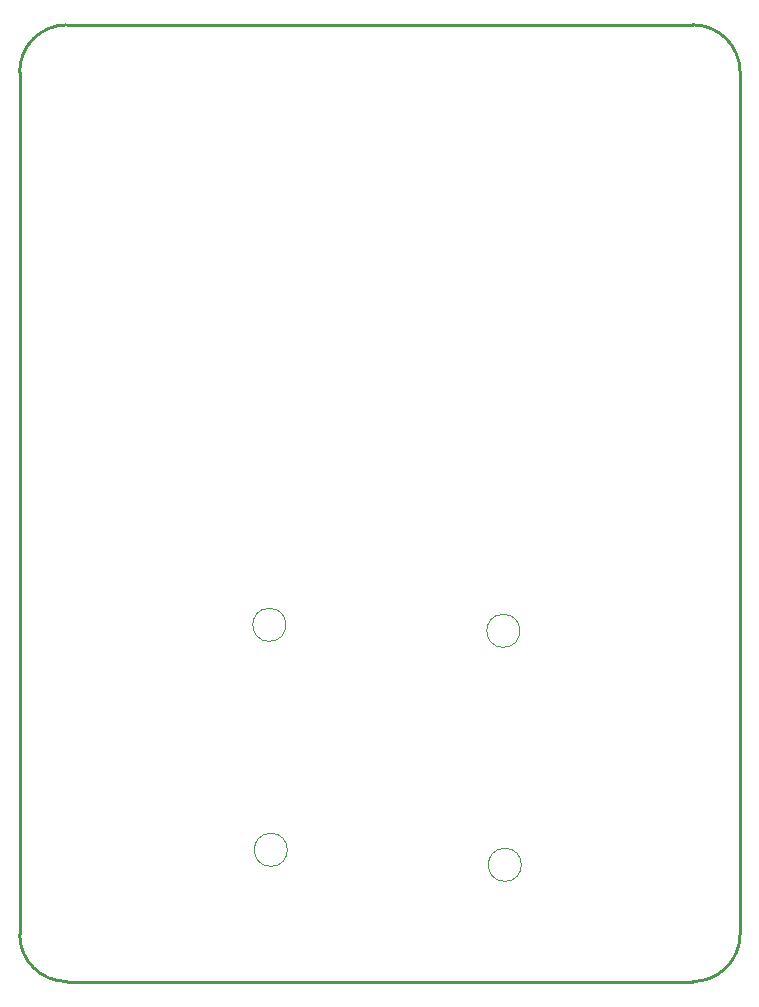
<source format=gko>
G04 Layer: BoardOutlineLayer*
G04 EasyEDA v6.5.46, 2024-09-20 13:26:03*
G04 2d8f00c50ae54bd9acad4b1cc035e29b,c0cefccd67054bf09917bfb35b18985a,10*
G04 Gerber Generator version 0.2*
G04 Scale: 100 percent, Rotated: No, Reflected: No *
G04 Dimensions in millimeters *
G04 leading zeros omitted , absolute positions ,4 integer and 5 decimal *
%FSLAX45Y45*%
%MOMM*%

%ADD10C,0.2540*%
%ADD11C,0.0254*%
D10*
X730305Y872517D02*
G01*
X730305Y8172500D01*
X6430291Y472516D02*
G01*
X1130300Y472516D01*
X6830286Y8172498D02*
G01*
X6830286Y872517D01*
X1130300Y8572500D02*
G01*
X6430286Y8572500D01*
G75*
G01*
X6430292Y8572500D02*
G02*
X6830291Y8172501I0J-399999D01*
G75*
G01*
X6830291Y872515D02*
G02*
X6430292Y472516I-399999J0D01*
G75*
G01*
X1130303Y472516D02*
G02*
X730303Y872515I0J399999D01*
G75*
G01*
X730303Y8172501D02*
G02*
X1130303Y8572500I400000J0D01*
D11*
G75*
G01*
X2844800Y3352259D02*
G03*
X2844800Y3632741I0J140241D01*
G75*
G01*
X2844800Y3632741D02*
G03*
X2844800Y3352259I0J-140241D01*
X2844800Y3352258D02*
G01*
X2844800Y3352258D01*
G75*
G01*
X2857500Y1727741D02*
G03*
X2857500Y1447259I0J-140241D01*
G75*
G01*
X2857500Y1447259D02*
G03*
X2857500Y1727741I0J140241D01*
X2857500Y1727741D02*
G01*
X2857500Y1727741D01*
G75*
G01*
X4838700Y1600741D02*
G03*
X4838700Y1320259I0J-140241D01*
G75*
G01*
X4838700Y1320259D02*
G03*
X4838700Y1600741I0J140241D01*
X4838700Y1600741D02*
G01*
X4838700Y1600741D01*
G75*
G01*
X4826000Y3301459D02*
G03*
X4826000Y3581941I0J140241D01*
G75*
G01*
X4826000Y3581941D02*
G03*
X4826000Y3301459I0J-140241D01*
X4826000Y3301458D02*
G01*
X4826000Y3301458D01*

%LPD*%
M02*

</source>
